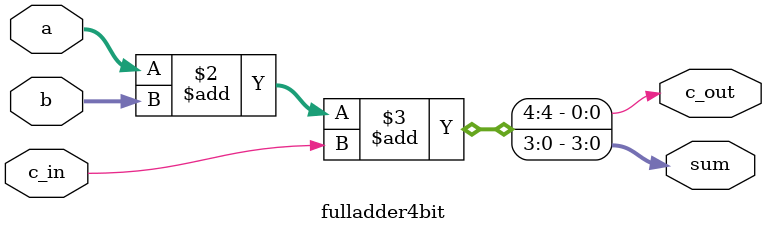
<source format=v>
module fulladder4bit (  input [3:0] a,  
                  input [3:0] b,  
                  input c_in,  
                  output reg c_out,  
                  output reg [3:0] sum);  
  always @ (a or b or c_in) begin  
    {c_out, sum} = a + b + c_in;  
  end  
endmodule  

</source>
